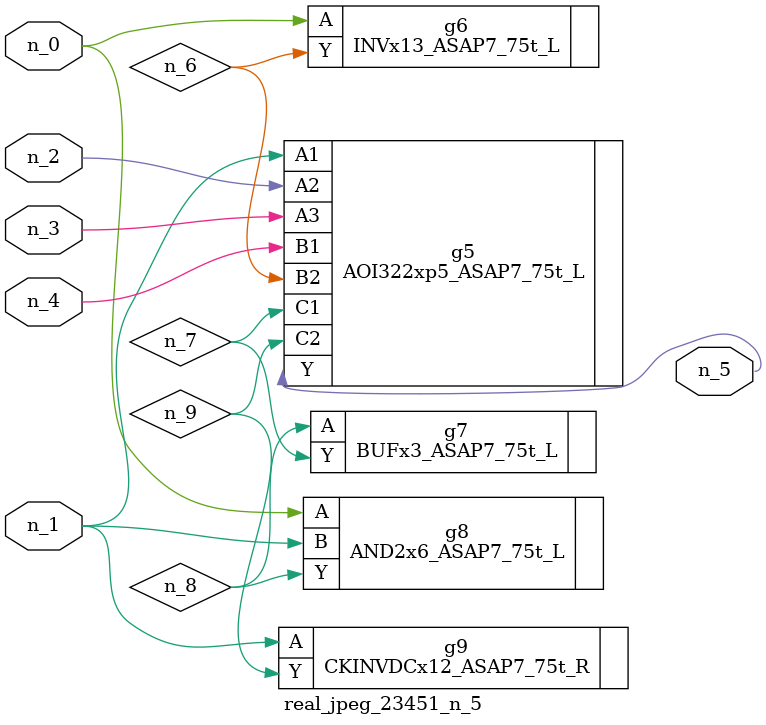
<source format=v>
module real_jpeg_23451_n_5 (n_4, n_0, n_1, n_2, n_3, n_5);

input n_4;
input n_0;
input n_1;
input n_2;
input n_3;

output n_5;

wire n_8;
wire n_6;
wire n_7;
wire n_9;

INVx13_ASAP7_75t_L g6 ( 
.A(n_0),
.Y(n_6)
);

AND2x6_ASAP7_75t_L g8 ( 
.A(n_0),
.B(n_1),
.Y(n_8)
);

AOI322xp5_ASAP7_75t_L g5 ( 
.A1(n_1),
.A2(n_2),
.A3(n_3),
.B1(n_4),
.B2(n_6),
.C1(n_7),
.C2(n_9),
.Y(n_5)
);

CKINVDCx12_ASAP7_75t_R g9 ( 
.A(n_1),
.Y(n_9)
);

BUFx3_ASAP7_75t_L g7 ( 
.A(n_8),
.Y(n_7)
);


endmodule
</source>
